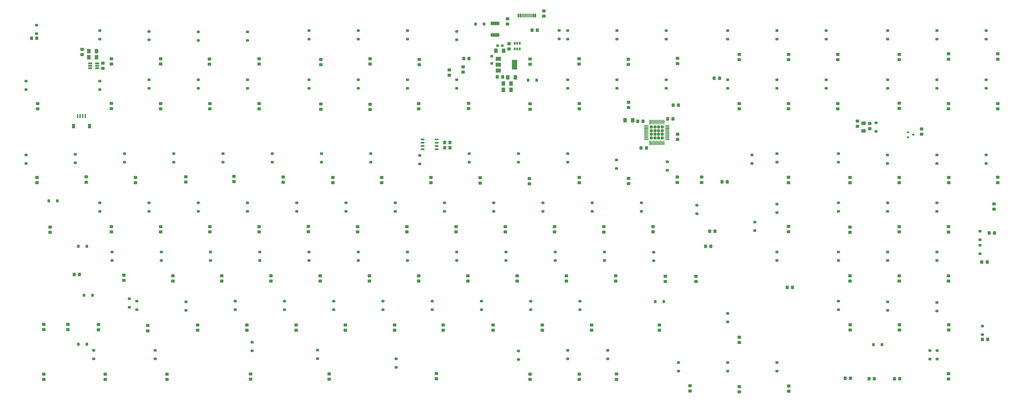
<source format=gbr>
G04 #@! TF.GenerationSoftware,KiCad,Pcbnew,7.0.1*
G04 #@! TF.CreationDate,2023-03-28T01:20:07-04:00*
G04 #@! TF.ProjectId,Boston-keyboard-V08J,426f7374-6f6e-42d6-9b65-79626f617264,rev?*
G04 #@! TF.SameCoordinates,Original*
G04 #@! TF.FileFunction,Paste,Bot*
G04 #@! TF.FilePolarity,Positive*
%FSLAX46Y46*%
G04 Gerber Fmt 4.6, Leading zero omitted, Abs format (unit mm)*
G04 Created by KiCad (PCBNEW 7.0.1) date 2023-03-28 01:20:07*
%MOMM*%
%LPD*%
G01*
G04 APERTURE LIST*
G04 Aperture macros list*
%AMRoundRect*
0 Rectangle with rounded corners*
0 $1 Rounding radius*
0 $2 $3 $4 $5 $6 $7 $8 $9 X,Y pos of 4 corners*
0 Add a 4 corners polygon primitive as box body*
4,1,4,$2,$3,$4,$5,$6,$7,$8,$9,$2,$3,0*
0 Add four circle primitives for the rounded corners*
1,1,$1+$1,$2,$3*
1,1,$1+$1,$4,$5*
1,1,$1+$1,$6,$7*
1,1,$1+$1,$8,$9*
0 Add four rect primitives between the rounded corners*
20,1,$1+$1,$2,$3,$4,$5,0*
20,1,$1+$1,$4,$5,$6,$7,0*
20,1,$1+$1,$6,$7,$8,$9,0*
20,1,$1+$1,$8,$9,$2,$3,0*%
G04 Aperture macros list end*
%ADD10RoundRect,0.249999X-0.325001X-0.450001X0.325001X-0.450001X0.325001X0.450001X-0.325001X0.450001X0*%
%ADD11RoundRect,0.250000X-0.350000X0.250000X-0.350000X-0.250000X0.350000X-0.250000X0.350000X0.250000X0*%
%ADD12RoundRect,0.249999X0.325001X0.450001X-0.325001X0.450001X-0.325001X-0.450001X0.325001X-0.450001X0*%
%ADD13RoundRect,0.250001X-0.462499X-0.624999X0.462499X-0.624999X0.462499X0.624999X-0.462499X0.624999X0*%
%ADD14RoundRect,0.249999X-0.450001X0.325001X-0.450001X-0.325001X0.450001X-0.325001X0.450001X0.325001X0*%
%ADD15RoundRect,0.250000X-0.450000X0.325000X-0.450000X-0.325000X0.450000X-0.325000X0.450000X0.325000X0*%
%ADD16RoundRect,0.250000X0.325000X0.450000X-0.325000X0.450000X-0.325000X-0.450000X0.325000X-0.450000X0*%
%ADD17RoundRect,0.250000X0.250000X0.350000X-0.250000X0.350000X-0.250000X-0.350000X0.250000X-0.350000X0*%
%ADD18RoundRect,0.249999X0.450001X-0.325001X0.450001X0.325001X-0.450001X0.325001X-0.450001X-0.325001X0*%
%ADD19R,2.000000X1.500000*%
%ADD20R,2.000000X3.800000*%
%ADD21R,1.550000X0.600000*%
%ADD22RoundRect,0.300000X0.475000X0.000000X-0.475000X0.000000X-0.475000X0.000000X0.475000X0.000000X0*%
%ADD23R,1.100000X1.100000*%
%ADD24RoundRect,0.150000X-0.150000X-0.575000X0.150000X-0.575000X0.150000X0.575000X-0.150000X0.575000X0*%
%ADD25RoundRect,0.075000X-0.075000X-0.650000X0.075000X-0.650000X0.075000X0.650000X-0.075000X0.650000X0*%
%ADD26RoundRect,0.237500X0.287500X0.237500X-0.287500X0.237500X-0.287500X-0.237500X0.287500X-0.237500X0*%
%ADD27RoundRect,0.250001X-0.624999X0.462499X-0.624999X-0.462499X0.624999X-0.462499X0.624999X0.462499X0*%
%ADD28RoundRect,0.250000X0.450000X-0.325000X0.450000X0.325000X-0.450000X0.325000X-0.450000X-0.325000X0*%
%ADD29RoundRect,0.075000X0.662500X0.075000X-0.662500X0.075000X-0.662500X-0.075000X0.662500X-0.075000X0*%
%ADD30RoundRect,0.075000X0.075000X0.662500X-0.075000X0.662500X-0.075000X-0.662500X0.075000X-0.662500X0*%
%ADD31RoundRect,0.250000X-0.325000X-0.450000X0.325000X-0.450000X0.325000X0.450000X-0.325000X0.450000X0*%
%ADD32RoundRect,0.250000X1.450000X-0.400000X1.450000X0.400000X-1.450000X0.400000X-1.450000X-0.400000X0*%
%ADD33R,1.560000X0.650000*%
%ADD34R,0.600000X1.550000*%
%ADD35R,1.200000X1.800000*%
%ADD36RoundRect,0.250000X0.315000X0.315000X-0.315000X0.315000X-0.315000X-0.315000X0.315000X-0.315000X0*%
%ADD37RoundRect,0.062500X0.375000X0.062500X-0.375000X0.062500X-0.375000X-0.062500X0.375000X-0.062500X0*%
%ADD38RoundRect,0.062500X0.062500X0.375000X-0.062500X0.375000X-0.062500X-0.375000X0.062500X-0.375000X0*%
%ADD39R,0.900000X0.800000*%
%ADD40R,0.650000X1.060000*%
G04 APERTURE END LIST*
D10*
X374855000Y-168121250D03*
X376905000Y-168121250D03*
D11*
X124578750Y-100113750D03*
X124578750Y-103413750D03*
D12*
X78625000Y-127900000D03*
X76575000Y-127900000D03*
D13*
X244312500Y-51555000D03*
X247287500Y-51555000D03*
D14*
X148153125Y-109311250D03*
X148153125Y-111361250D03*
D13*
X239725000Y-41225000D03*
X242700000Y-41225000D03*
D11*
X238878750Y-100113750D03*
X238878750Y-103413750D03*
D15*
X258250000Y-25800000D03*
X258250000Y-27850000D03*
D16*
X242325000Y-51375000D03*
X240275000Y-51375000D03*
D17*
X255450000Y-52600000D03*
X252150000Y-52600000D03*
D16*
X221955000Y-78800000D03*
X219905000Y-78800000D03*
D11*
X97908750Y-137261250D03*
X97908750Y-140561250D03*
D14*
X262453125Y-109311250D03*
X262453125Y-111361250D03*
D11*
X286503750Y-52488750D03*
X286503750Y-55788750D03*
D14*
X157440000Y-90102500D03*
X157440000Y-92152500D03*
X67220000Y-109470000D03*
X67220000Y-111520000D03*
X252690000Y-90737500D03*
X252690000Y-92787500D03*
D18*
X290975000Y-46500000D03*
X290975000Y-44450000D03*
D14*
X190777500Y-128361250D03*
X190777500Y-130411250D03*
D11*
X224591250Y-52488750D03*
X224591250Y-55788750D03*
D18*
X252925000Y-46450000D03*
X252925000Y-44400000D03*
D14*
X276740625Y-147411250D03*
X276740625Y-149461250D03*
D19*
X240650000Y-48925000D03*
X240650000Y-46625000D03*
D20*
X246950000Y-46625000D03*
D19*
X240650000Y-44325000D03*
D11*
X276978750Y-100113750D03*
X276978750Y-103413750D03*
D14*
X414853125Y-61686250D03*
X414853125Y-63736250D03*
D11*
X348416250Y-81063750D03*
X348416250Y-84363750D03*
D14*
X171727500Y-128361250D03*
X171727500Y-130411250D03*
X209827500Y-128361250D03*
X209827500Y-130411250D03*
D11*
X57903750Y-52965000D03*
X57903750Y-56265000D03*
D21*
X216800000Y-75585000D03*
D22*
X216800000Y-76855000D03*
X216800000Y-78125000D03*
X216800000Y-79395000D03*
X211400000Y-79395000D03*
X211400000Y-78125000D03*
X211400000Y-76855000D03*
X211400000Y-75585000D03*
D15*
X87700000Y-45980000D03*
X87700000Y-48030000D03*
D11*
X348416250Y-33438750D03*
X348416250Y-36738750D03*
X76953750Y-81318750D03*
X76953750Y-84618750D03*
D14*
X243403125Y-109311250D03*
X243403125Y-111361250D03*
D11*
X115053750Y-81063750D03*
X115053750Y-84363750D03*
D14*
X152677500Y-128361250D03*
X152677500Y-130411250D03*
X352940625Y-42636250D03*
X352940625Y-44686250D03*
D23*
X238150000Y-43275000D03*
X238150000Y-46075000D03*
D11*
X205541250Y-52488750D03*
X205541250Y-55788750D03*
D13*
X82262500Y-41325000D03*
X85237500Y-41325000D03*
D11*
X243641250Y-119163750D03*
X243641250Y-122463750D03*
D14*
X433903125Y-42398125D03*
X433903125Y-44448125D03*
X219352500Y-147411250D03*
X219352500Y-149461250D03*
D18*
X271900000Y-46375000D03*
X271900000Y-44325000D03*
D11*
X329366250Y-33438750D03*
X329366250Y-36738750D03*
X172203750Y-81063750D03*
X172203750Y-84363750D03*
D14*
X302934375Y-147411250D03*
X302934375Y-149461250D03*
X81240000Y-90075000D03*
X81240000Y-92125000D03*
D11*
X219828750Y-100113750D03*
X219828750Y-103413750D03*
D14*
X228877500Y-128361250D03*
X228877500Y-130411250D03*
D15*
X309950000Y-90165000D03*
X309950000Y-92215000D03*
D16*
X255725000Y-33250000D03*
X253675000Y-33250000D03*
D14*
X110053125Y-109311250D03*
X110053125Y-111361250D03*
X333900000Y-171325000D03*
X333900000Y-173375000D03*
X138390000Y-89857500D03*
X138390000Y-91907500D03*
D11*
X57903750Y-81540000D03*
X57903750Y-84840000D03*
D14*
X64809375Y-147173125D03*
X64809375Y-149223125D03*
X414850000Y-166325000D03*
X414850000Y-168375000D03*
D11*
X167441250Y-119163750D03*
X167441250Y-122463750D03*
D17*
X304650000Y-138425000D03*
X301350000Y-138425000D03*
D18*
X110053125Y-46353125D03*
X110053125Y-44303125D03*
D11*
X410328750Y-100113750D03*
X410328750Y-103413750D03*
D10*
X320800625Y-116924375D03*
X322850625Y-116924375D03*
D16*
X296625000Y-68500000D03*
X294575000Y-68500000D03*
D18*
X210060000Y-46630000D03*
X210060000Y-44580000D03*
D14*
X352940625Y-109238750D03*
X352940625Y-111288750D03*
D11*
X61975000Y-31275000D03*
X61975000Y-34575000D03*
D14*
X281503125Y-109383750D03*
X281503125Y-111433750D03*
X129103125Y-61686250D03*
X129103125Y-63736250D03*
X353020000Y-171075000D03*
X353020000Y-173125000D03*
D11*
X367466250Y-33438750D03*
X367466250Y-36738750D03*
D14*
X95819600Y-128139000D03*
X95819600Y-130189000D03*
D11*
X143628750Y-33915000D03*
X143628750Y-37215000D03*
D14*
X352950000Y-90250000D03*
X352950000Y-92300000D03*
X395803125Y-61520625D03*
X395803125Y-63570625D03*
X91003125Y-61613750D03*
X91003125Y-63663750D03*
X333890625Y-42636250D03*
X333890625Y-44686250D03*
D11*
X427930000Y-147890000D03*
X427930000Y-151190000D03*
D14*
X266977500Y-128361250D03*
X266977500Y-130411250D03*
X86002500Y-147252500D03*
X86002500Y-149302500D03*
X414900000Y-147375000D03*
X414900000Y-149425000D03*
D11*
X205541250Y-33438750D03*
X205541250Y-36738750D03*
D14*
X352940625Y-61686250D03*
X352940625Y-63736250D03*
D11*
X317460000Y-101066250D03*
X317460000Y-104366250D03*
D14*
X124340625Y-147411250D03*
X124340625Y-149461250D03*
D11*
X124578750Y-52488750D03*
X124578750Y-55788750D03*
D15*
X79660000Y-40640000D03*
X79660000Y-42690000D03*
D11*
X84097500Y-157263750D03*
X84097500Y-160563750D03*
D14*
X229115625Y-61613750D03*
X229115625Y-63663750D03*
X333900000Y-152175000D03*
X333900000Y-154225000D03*
D24*
X248487000Y-27575000D03*
X249287000Y-27575000D03*
D25*
X250487000Y-27575000D03*
X251483000Y-27575000D03*
X251987000Y-27575000D03*
X252987000Y-27575000D03*
D24*
X254987000Y-27575000D03*
X254187000Y-27575000D03*
D25*
X253487000Y-27575000D03*
X252487000Y-27575000D03*
X250987000Y-27575000D03*
X249987000Y-27575000D03*
D14*
X62428125Y-61686250D03*
X62428125Y-63736250D03*
X186253125Y-109311250D03*
X186253125Y-111361250D03*
D17*
X81461250Y-117003750D03*
X78161250Y-117003750D03*
D14*
X214590000Y-90261250D03*
X214590000Y-92311250D03*
D11*
X348416250Y-162026250D03*
X348416250Y-165326250D03*
X124578750Y-33915000D03*
X124578750Y-37215000D03*
D26*
X242175000Y-39225000D03*
X240425000Y-39225000D03*
D14*
X271978125Y-61686250D03*
X271978125Y-63736250D03*
D10*
X427718750Y-123036250D03*
X429768750Y-123036250D03*
D11*
X91241250Y-119163750D03*
X91241250Y-122463750D03*
D10*
X322467500Y-111130000D03*
X324517500Y-111130000D03*
D14*
X433850000Y-90250000D03*
X433850000Y-92300000D03*
D11*
X339900000Y-107550000D03*
X339900000Y-110850000D03*
X119816250Y-138435000D03*
X119816250Y-141735000D03*
D10*
X352425000Y-132875000D03*
X354475000Y-132875000D03*
D14*
X129103125Y-109311250D03*
X129103125Y-111361250D03*
D11*
X296028750Y-100113750D03*
X296028750Y-103413750D03*
D14*
X64809375Y-166461250D03*
X64809375Y-168511250D03*
D11*
X86478750Y-52965000D03*
X86478750Y-56265000D03*
D10*
X308275000Y-62275000D03*
X310325000Y-62275000D03*
D14*
X395803125Y-109311250D03*
X395803125Y-111361250D03*
X317140000Y-128545000D03*
X317140000Y-130595000D03*
D11*
X329366250Y-142976250D03*
X329366250Y-146276250D03*
D27*
X382000000Y-69312500D03*
X382000000Y-72287500D03*
D11*
X348416250Y-119163750D03*
X348416250Y-122463750D03*
X429378750Y-52488750D03*
X429378750Y-55788750D03*
D14*
X171965625Y-61851875D03*
X171965625Y-63901875D03*
X162440625Y-147411250D03*
X162440625Y-149461250D03*
X376753125Y-90261250D03*
X376753125Y-92311250D03*
X247927500Y-128361250D03*
X247927500Y-130411250D03*
X200540625Y-147411250D03*
X200540625Y-149461250D03*
D11*
X306020000Y-84180000D03*
X306020000Y-87480000D03*
X129341250Y-119163750D03*
X129341250Y-122463750D03*
D28*
X310030000Y-75560000D03*
X310030000Y-73510000D03*
D14*
X114717200Y-128361250D03*
X114717200Y-130411250D03*
X395803125Y-128361250D03*
X395803125Y-130411250D03*
X205303125Y-109311250D03*
X205303125Y-111361250D03*
D18*
X191015625Y-46353125D03*
X191015625Y-44303125D03*
D14*
X333890625Y-61686250D03*
X333890625Y-63736250D03*
D11*
X329366250Y-162026250D03*
X329366250Y-165326250D03*
X372228750Y-100113750D03*
X372228750Y-103413750D03*
X338800000Y-81550000D03*
X338800000Y-84850000D03*
D14*
X224353125Y-109311250D03*
X224353125Y-111361250D03*
D11*
X176966250Y-138213750D03*
X176966250Y-141513750D03*
X248403750Y-81063750D03*
X248403750Y-84363750D03*
X138866250Y-138213750D03*
X138866250Y-141513750D03*
D13*
X289642500Y-68085000D03*
X292617500Y-68085000D03*
D14*
X286027500Y-128361250D03*
X286027500Y-130411250D03*
X271978125Y-166461250D03*
X271978125Y-168511250D03*
D10*
X384062500Y-168280000D03*
X386112500Y-168280000D03*
D14*
X133627500Y-128361250D03*
X133627500Y-130411250D03*
X105052500Y-147649375D03*
X105052500Y-149699375D03*
D11*
X372228750Y-138213750D03*
X372228750Y-141513750D03*
D14*
X167203125Y-109238750D03*
X167203125Y-111288750D03*
D11*
X305553750Y-33438750D03*
X305553750Y-36738750D03*
D14*
X395803125Y-42636250D03*
X395803125Y-44686250D03*
D11*
X391278750Y-52488750D03*
X391278750Y-55788750D03*
X281741250Y-119163750D03*
X281741250Y-122463750D03*
X286410000Y-83485000D03*
X286410000Y-86785000D03*
D14*
X181490625Y-147411250D03*
X181490625Y-149461250D03*
X432450000Y-100535000D03*
X432450000Y-102585000D03*
D11*
X210250000Y-81775000D03*
X210250000Y-85075000D03*
X348416250Y-52488750D03*
X348416250Y-55788750D03*
D14*
X314790000Y-170990000D03*
X314790000Y-173040000D03*
D11*
X267453750Y-157263750D03*
X267453750Y-160563750D03*
X224591250Y-33693750D03*
X224591250Y-36993750D03*
D14*
X195540000Y-90261250D03*
X195540000Y-92311250D03*
X74096250Y-147173125D03*
X74096250Y-149223125D03*
D11*
X257928750Y-100113750D03*
X257928750Y-103413750D03*
D14*
X143390625Y-147411250D03*
X143390625Y-149461250D03*
D11*
X186491250Y-119163750D03*
X186491250Y-122463750D03*
D14*
X371990625Y-61686250D03*
X371990625Y-63736250D03*
X371990625Y-42636250D03*
X371990625Y-44686250D03*
D11*
X186491250Y-52488750D03*
X186491250Y-55788750D03*
X391278750Y-119163750D03*
X391278750Y-122463750D03*
X215066250Y-138213750D03*
X215066250Y-141513750D03*
D17*
X235150000Y-30825000D03*
X231850000Y-30825000D03*
D14*
X395800000Y-90300000D03*
X395800000Y-92350000D03*
X291000000Y-61175000D03*
X291000000Y-63225000D03*
X238640625Y-147411250D03*
X238640625Y-149461250D03*
D13*
X242612500Y-53925000D03*
X245587500Y-53925000D03*
D11*
X348416250Y-100590000D03*
X348416250Y-103890000D03*
D15*
X319325000Y-90150000D03*
X319325000Y-92200000D03*
D14*
X175200000Y-166400000D03*
X175200000Y-168450000D03*
D11*
X391200000Y-81540000D03*
X391200000Y-84840000D03*
D14*
X414875000Y-90300000D03*
X414875000Y-92350000D03*
D18*
X171965625Y-46591250D03*
X171965625Y-44541250D03*
D11*
X429378750Y-33438750D03*
X429378750Y-36738750D03*
X196016250Y-138213750D03*
X196016250Y-141513750D03*
X283000000Y-157263750D03*
X283000000Y-160563750D03*
X410328750Y-33438750D03*
X410328750Y-36738750D03*
D14*
X209827500Y-61686250D03*
X209827500Y-63736250D03*
D11*
X410400000Y-157350000D03*
X410400000Y-160650000D03*
D17*
X389050000Y-155100000D03*
X385750000Y-155100000D03*
D11*
X167441250Y-33438750D03*
X167441250Y-36738750D03*
D13*
X242612500Y-56325000D03*
X245587500Y-56325000D03*
D29*
X306122500Y-70120000D03*
X306122500Y-70620000D03*
X306122500Y-71120000D03*
X306122500Y-71620000D03*
X306122500Y-72120000D03*
X306122500Y-72620000D03*
X306122500Y-73120000D03*
X306122500Y-73620000D03*
X306122500Y-74120000D03*
X306122500Y-74620000D03*
X306122500Y-75120000D03*
X306122500Y-75620000D03*
D30*
X304710000Y-77032500D03*
X304210000Y-77032500D03*
X303710000Y-77032500D03*
X303210000Y-77032500D03*
X302710000Y-77032500D03*
X302210000Y-77032500D03*
X301710000Y-77032500D03*
X301210000Y-77032500D03*
X300710000Y-77032500D03*
X300210000Y-77032500D03*
X299710000Y-77032500D03*
X299210000Y-77032500D03*
D29*
X297797500Y-75620000D03*
X297797500Y-75120000D03*
X297797500Y-74620000D03*
X297797500Y-74120000D03*
X297797500Y-73620000D03*
X297797500Y-73120000D03*
X297797500Y-72620000D03*
X297797500Y-72120000D03*
X297797500Y-71620000D03*
X297797500Y-71120000D03*
X297797500Y-70620000D03*
X297797500Y-70120000D03*
D30*
X299210000Y-68707500D03*
X299710000Y-68707500D03*
X300210000Y-68707500D03*
X300710000Y-68707500D03*
X301210000Y-68707500D03*
X301710000Y-68707500D03*
X302210000Y-68707500D03*
X302710000Y-68707500D03*
X303210000Y-68707500D03*
X303710000Y-68707500D03*
X304210000Y-68707500D03*
X304710000Y-68707500D03*
D15*
X144820000Y-166390000D03*
X144820000Y-168440000D03*
D11*
X153153750Y-81063750D03*
X153153750Y-84363750D03*
X200778750Y-100113750D03*
X200778750Y-103413750D03*
X234116250Y-138213750D03*
X234116250Y-141513750D03*
X372228750Y-81063750D03*
X372228750Y-84363750D03*
X391278750Y-138468750D03*
X391278750Y-141768750D03*
D18*
X128865000Y-46425625D03*
X128865000Y-44375625D03*
D11*
X186491250Y-33438750D03*
X186491250Y-36738750D03*
X267453750Y-81063750D03*
X267453750Y-84363750D03*
X110291250Y-119163750D03*
X110291250Y-122463750D03*
D14*
X376753125Y-128361250D03*
X376753125Y-130411250D03*
D11*
X100766250Y-138213750D03*
X100766250Y-141513750D03*
D15*
X384300000Y-69400000D03*
X384300000Y-71450000D03*
D11*
X372228750Y-119163750D03*
X372228750Y-122463750D03*
X429378750Y-81540000D03*
X429378750Y-84840000D03*
X229353750Y-81063750D03*
X229353750Y-84363750D03*
X329366250Y-52488750D03*
X329366250Y-55788750D03*
X391278750Y-33438750D03*
X391278750Y-36738750D03*
D14*
X300553125Y-109311250D03*
X300553125Y-111361250D03*
X88621875Y-166461250D03*
X88621875Y-168511250D03*
D12*
X432595000Y-111820000D03*
X430545000Y-111820000D03*
D11*
X157916250Y-138213750D03*
X157916250Y-141513750D03*
D17*
X81450000Y-154900000D03*
X78150000Y-154900000D03*
D31*
X219890000Y-76760000D03*
X221940000Y-76760000D03*
D17*
X70031250Y-99382500D03*
X66731250Y-99382500D03*
X83650000Y-135900000D03*
X80350000Y-135900000D03*
D15*
X244800000Y-38500000D03*
X244800000Y-40550000D03*
D10*
X393905000Y-168280000D03*
X395955000Y-168280000D03*
D14*
X110053125Y-61686250D03*
X110053125Y-63736250D03*
D11*
X167441250Y-52488750D03*
X167441250Y-55788750D03*
D31*
X295885000Y-78875000D03*
X297935000Y-78875000D03*
D14*
X414853125Y-109383750D03*
X414853125Y-111433750D03*
D11*
X367466250Y-52488750D03*
X367466250Y-55788750D03*
D32*
X239400000Y-35050000D03*
X239400000Y-30600000D03*
D14*
X305240000Y-128525000D03*
X305240000Y-130575000D03*
X119750000Y-90025000D03*
X119750000Y-92075000D03*
D28*
X379590000Y-70505000D03*
X379590000Y-68455000D03*
D14*
X414853125Y-128361250D03*
X414853125Y-130411250D03*
D16*
X308225000Y-67625000D03*
X306175000Y-67625000D03*
D33*
X85450000Y-46075000D03*
X85450000Y-47025000D03*
X85450000Y-47975000D03*
X82750000Y-47975000D03*
X82750000Y-47025000D03*
X82750000Y-46075000D03*
D13*
X82237500Y-43725000D03*
X85212500Y-43725000D03*
D11*
X264200000Y-33300000D03*
X264200000Y-36600000D03*
X205541250Y-119163750D03*
X205541250Y-122463750D03*
X386800000Y-69150000D03*
X386800000Y-72450000D03*
D14*
X257690625Y-147411250D03*
X257690625Y-149461250D03*
D11*
X170720000Y-157211000D03*
X170720000Y-160511000D03*
D28*
X221720000Y-50695000D03*
X221720000Y-48645000D03*
D11*
X272216250Y-138213750D03*
X272216250Y-141513750D03*
D14*
X191015625Y-61924375D03*
X191015625Y-63974375D03*
X376753125Y-109476875D03*
X376753125Y-111526875D03*
D11*
X96003750Y-81063750D03*
X96003750Y-84363750D03*
D14*
X252900000Y-61795000D03*
X252900000Y-63845000D03*
D34*
X80900000Y-66500000D03*
X79900000Y-66500000D03*
X78900000Y-66500000D03*
X77900000Y-66500000D03*
D35*
X82500000Y-70375000D03*
X76300000Y-70375000D03*
D11*
X191253750Y-81063750D03*
X191253750Y-84363750D03*
X253166250Y-138213750D03*
X253166250Y-141513750D03*
X407600000Y-157350000D03*
X407600000Y-160650000D03*
X410328750Y-81540000D03*
X410328750Y-84840000D03*
X107910000Y-157263750D03*
X107910000Y-160563750D03*
X201100000Y-160575000D03*
X201100000Y-163875000D03*
D18*
X310000000Y-46200000D03*
X310000000Y-44150000D03*
D14*
X233610000Y-90415000D03*
X233610000Y-92465000D03*
X376800000Y-147375000D03*
X376800000Y-149425000D03*
D11*
X427000000Y-116550000D03*
X427000000Y-119850000D03*
X86478750Y-33438750D03*
X86478750Y-36738750D03*
D14*
X176648750Y-90261250D03*
X176648750Y-92311250D03*
D11*
X162678750Y-100113750D03*
X162678750Y-103413750D03*
X267453750Y-33438750D03*
X267453750Y-36738750D03*
X410328750Y-52488750D03*
X410328750Y-55788750D03*
D14*
X112434375Y-166461250D03*
X112434375Y-168511250D03*
D16*
X62100000Y-36325000D03*
X60050000Y-36325000D03*
D11*
X224591250Y-119163750D03*
X224591250Y-122463750D03*
D36*
X304060000Y-74970000D03*
X304060000Y-73570000D03*
X304060000Y-72170000D03*
X304060000Y-70770000D03*
X302660000Y-74970000D03*
X302660000Y-73570000D03*
X302660000Y-72170000D03*
X302660000Y-70770000D03*
X301260000Y-74970000D03*
X301260000Y-73570000D03*
X301260000Y-72170000D03*
X301260000Y-70770000D03*
X299860000Y-74970000D03*
X299860000Y-73570000D03*
X299860000Y-72170000D03*
X299860000Y-70770000D03*
D37*
X305397500Y-70120000D03*
X305397500Y-70620000D03*
X305397500Y-71120000D03*
X305397500Y-71620000D03*
X305397500Y-72120000D03*
X305397500Y-72620000D03*
X305397500Y-73120000D03*
X305397500Y-73620000D03*
X305397500Y-74120000D03*
X305397500Y-74620000D03*
X305397500Y-75120000D03*
X305397500Y-75620000D03*
D38*
X304710000Y-76307500D03*
X304210000Y-76307500D03*
X303710000Y-76307500D03*
X303210000Y-76307500D03*
X302710000Y-76307500D03*
X302210000Y-76307500D03*
X301710000Y-76307500D03*
X301210000Y-76307500D03*
X300710000Y-76307500D03*
X300210000Y-76307500D03*
X299710000Y-76307500D03*
X299210000Y-76307500D03*
D37*
X298522500Y-75620000D03*
X298522500Y-75120000D03*
X298522500Y-74620000D03*
X298522500Y-74120000D03*
X298522500Y-73620000D03*
X298522500Y-73120000D03*
X298522500Y-72620000D03*
X298522500Y-72120000D03*
X298522500Y-71620000D03*
X298522500Y-71120000D03*
X298522500Y-70620000D03*
X298522500Y-70120000D03*
D38*
X299210000Y-69432500D03*
X299710000Y-69432500D03*
X300210000Y-69432500D03*
X300710000Y-69432500D03*
X301210000Y-69432500D03*
X301710000Y-69432500D03*
X302210000Y-69432500D03*
X302710000Y-69432500D03*
X303210000Y-69432500D03*
X303710000Y-69432500D03*
X304210000Y-69432500D03*
X304710000Y-69432500D03*
D11*
X145373000Y-154117000D03*
X145373000Y-157417000D03*
D14*
X395850000Y-147375000D03*
X395850000Y-149425000D03*
D11*
X300800000Y-119250000D03*
X300800000Y-122550000D03*
D14*
X252928125Y-166461250D03*
X252928125Y-168511250D03*
D11*
X105528750Y-100113750D03*
X105528750Y-103413750D03*
D14*
X91003125Y-109311250D03*
X91003125Y-111361250D03*
D31*
X324175000Y-51825000D03*
X326225000Y-51825000D03*
D14*
X62190000Y-90261250D03*
X62190000Y-92311250D03*
D11*
X181728750Y-100113750D03*
X181728750Y-103413750D03*
D14*
X291050000Y-90595000D03*
X291050000Y-92645000D03*
D28*
X227040000Y-49515000D03*
X227040000Y-47465000D03*
D14*
X286370400Y-166433200D03*
X286370400Y-168483200D03*
D11*
X267453750Y-52488750D03*
X267453750Y-55788750D03*
X310316250Y-162026250D03*
X310316250Y-165326250D03*
X134103750Y-81063750D03*
X134103750Y-84363750D03*
X86478750Y-100090000D03*
X86478750Y-103390000D03*
D15*
X216710000Y-166240000D03*
X216710000Y-168290000D03*
D14*
X272010000Y-90305000D03*
X272010000Y-92355000D03*
X433903125Y-61686250D03*
X433903125Y-63736250D03*
D39*
X399175000Y-74675000D03*
X399175000Y-72775000D03*
X401175000Y-73725000D03*
D14*
X100290000Y-90261250D03*
X100290000Y-92311250D03*
D11*
X148391250Y-119163750D03*
X148391250Y-122463750D03*
X305553750Y-52488750D03*
X305553750Y-55788750D03*
X105528750Y-52488750D03*
X105528750Y-55788750D03*
X143628750Y-100113750D03*
X143628750Y-103413750D03*
X262691250Y-119163750D03*
X262691250Y-122463750D03*
D15*
X244200000Y-28825000D03*
X244200000Y-30875000D03*
D11*
X410328750Y-138690000D03*
X410328750Y-141990000D03*
D18*
X148153125Y-46353125D03*
X148153125Y-44303125D03*
D40*
X248920000Y-40525000D03*
X247970000Y-40525000D03*
X247020000Y-40525000D03*
X247020000Y-38325000D03*
X247970000Y-38325000D03*
X248920000Y-38325000D03*
D18*
X91003125Y-46353125D03*
X91003125Y-44303125D03*
D14*
X414853125Y-42398125D03*
X414853125Y-44448125D03*
X148153125Y-61686250D03*
X148153125Y-63736250D03*
D15*
X404400000Y-71500000D03*
X404400000Y-73550000D03*
D31*
X327200000Y-92025000D03*
X329250000Y-92025000D03*
D11*
X248403750Y-157485000D03*
X248403750Y-160785000D03*
D10*
X427925000Y-153050000D03*
X429975000Y-153050000D03*
D11*
X410328750Y-119163750D03*
X410328750Y-122463750D03*
X427000000Y-111150000D03*
X427000000Y-114450000D03*
X391278750Y-100113750D03*
X391278750Y-103413750D03*
X286503750Y-33438750D03*
X286503750Y-36738750D03*
X143628750Y-52488750D03*
X143628750Y-55788750D03*
D10*
X227275000Y-44225000D03*
X229325000Y-44225000D03*
D11*
X105528750Y-33693750D03*
X105528750Y-36993750D03*
M02*

</source>
